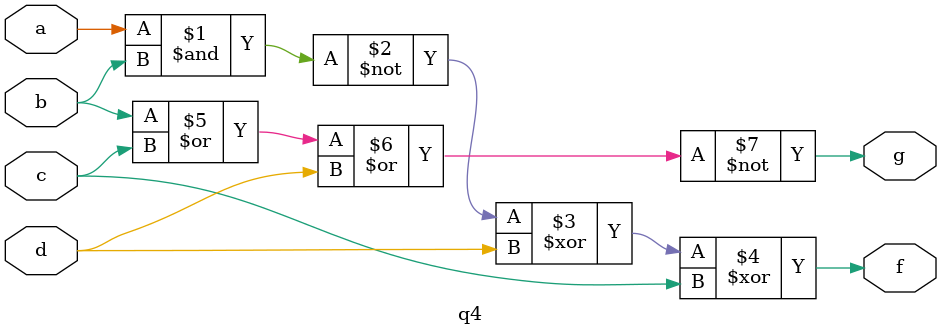
<source format=v>
module q4(a, b, c, d, f,g);
input a, b, c, d;
output f,g;
assign f = (~(a&b))^d^c;
assign g = ~(b|c|d);
endmodule

</source>
